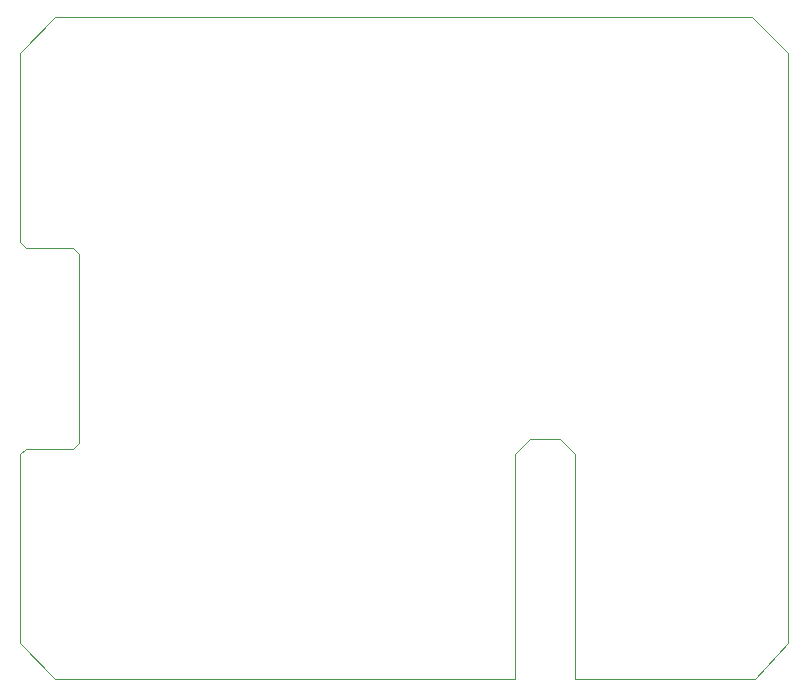
<source format=gm1>
G04 #@! TF.GenerationSoftware,KiCad,Pcbnew,(5.1.0)-1*
G04 #@! TF.CreationDate,2019-05-01T11:47:09-07:00*
G04 #@! TF.ProjectId,Lec18-PCB_kicad,4c656331-382d-4504-9342-5f6b69636164,rev?*
G04 #@! TF.SameCoordinates,Original*
G04 #@! TF.FileFunction,Profile,NP*
%FSLAX46Y46*%
G04 Gerber Fmt 4.6, Leading zero omitted, Abs format (unit mm)*
G04 Created by KiCad (PCBNEW (5.1.0)-1) date 2019-05-01 11:47:09*
%MOMM*%
%LPD*%
G04 APERTURE LIST*
%ADD10C,0.100000*%
G04 APERTURE END LIST*
D10*
X113640000Y-83960000D02*
X113640000Y-103010000D01*
X117450000Y-82690000D02*
X118720000Y-83960000D01*
X116180000Y-82690000D02*
X117450000Y-82690000D01*
X114910000Y-82690000D02*
X116180000Y-82690000D01*
X113640000Y-83960000D02*
X114910000Y-82690000D01*
X76230000Y-66510000D02*
X76730000Y-67010000D01*
X71730000Y-66010000D02*
X72230000Y-66510000D01*
X71730000Y-84010000D02*
X72230000Y-83510000D01*
X76230000Y-83510000D02*
X76730000Y-83010000D01*
X71730000Y-100010000D02*
X74730000Y-103010000D01*
X71730000Y-50010000D02*
X74730000Y-47010000D01*
X133730000Y-47010000D02*
X136730000Y-50010000D01*
X136730000Y-100010000D02*
X133960000Y-103010000D01*
X76730000Y-67010000D02*
X76730000Y-83010000D01*
X71730000Y-50010000D02*
X71730000Y-66010000D01*
X72230000Y-66510000D02*
X76230000Y-66510000D01*
X118720000Y-103010000D02*
X133960000Y-103010000D01*
X133730000Y-47010000D02*
X74730000Y-47010000D01*
X118720000Y-83960000D02*
X118720000Y-103010000D01*
X76230000Y-83510000D02*
X72230000Y-83510000D01*
X74730000Y-103010000D02*
X113640000Y-103010000D01*
X136730000Y-100010000D02*
X136730000Y-50010000D01*
X71730000Y-84010000D02*
X71730000Y-100010000D01*
M02*

</source>
